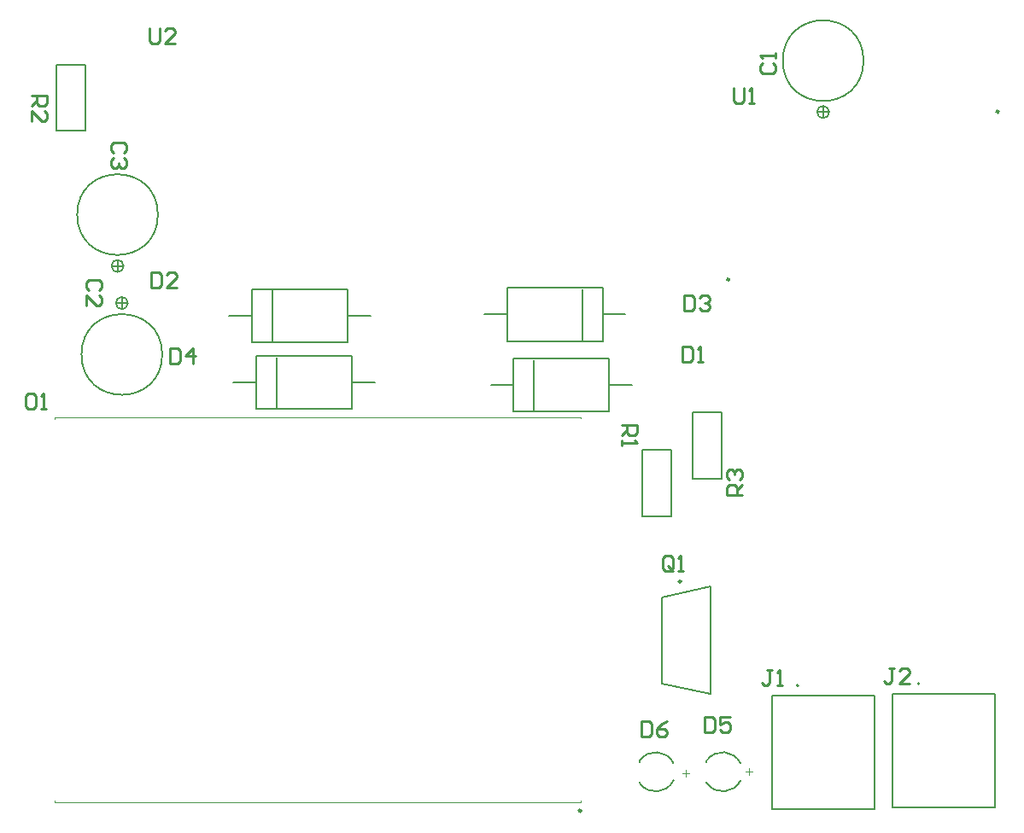
<source format=gto>
G04*
G04 #@! TF.GenerationSoftware,Altium Limited,Altium Designer,24.1.2 (44)*
G04*
G04 Layer_Color=65535*
%FSLAX44Y44*%
%MOMM*%
G71*
G04*
G04 #@! TF.SameCoordinates,45874381-32F6-40E1-B25F-84CDE6F57C9E*
G04*
G04*
G04 #@! TF.FilePolarity,Positive*
G04*
G01*
G75*
%ADD10C,0.2500*%
%ADD11C,0.2000*%
%ADD12C,0.1500*%
%ADD13C,0.1250*%
%ADD14C,0.1524*%
%ADD15C,0.1270*%
%ADD16C,0.1000*%
%ADD17C,0.2540*%
D10*
X563500Y7250D02*
G03*
X563500Y7250I-1250J0D01*
G01*
X976534Y699283D02*
G03*
X976312Y699251I-284J1217D01*
G01*
X707783Y533716D02*
G03*
X707751Y533938I1217J284D01*
G01*
X662500Y234450D02*
G03*
X662500Y234450I-1250J0D01*
G01*
D11*
X843250Y751250D02*
G03*
X843250Y751250I-40000J0D01*
G01*
X809250Y700250D02*
G03*
X809250Y700250I-6000J0D01*
G01*
X143750Y598500D02*
G03*
X143750Y598500I-40000J0D01*
G01*
X109750Y547500D02*
G03*
X109750Y547500I-6000J0D01*
G01*
X148000Y459750D02*
G03*
X148000Y459750I-40000J0D01*
G01*
X114000Y510750D02*
G03*
X114000Y510750I-6000J0D01*
G01*
X898750Y133400D02*
G03*
X898750Y133400I-1000J0D01*
G01*
X778950Y131400D02*
G03*
X778950Y131400I-1000J0D01*
G01*
X516750Y404500D02*
Y454500D01*
X591250Y429500D02*
X613750D01*
X473750D02*
X496250D01*
Y403000D02*
Y456000D01*
Y403000D02*
X591250D01*
Y456000D01*
X496250D02*
X591250D01*
X803250Y695250D02*
Y705250D01*
X798250Y700250D02*
X808250D01*
X489750Y473000D02*
X584750D01*
X489750D02*
Y526000D01*
X584750D01*
Y473000D02*
Y526000D01*
Y499500D02*
X607250D01*
X467250D02*
X489750D01*
X564250Y474500D02*
Y524500D01*
X236750Y524750D02*
X331750D01*
Y471750D02*
Y524750D01*
X236750Y471750D02*
X331750D01*
X236750D02*
Y524750D01*
X214250Y498250D02*
X236750D01*
X331750D02*
X354250D01*
X257250Y473250D02*
Y523250D01*
X103750Y542500D02*
Y552500D01*
X98750Y547500D02*
X108750D01*
X241000Y458500D02*
X336000D01*
Y405500D02*
Y458500D01*
X241000Y405500D02*
X336000D01*
X241000D02*
Y458500D01*
X218500Y432000D02*
X241000D01*
X336000D02*
X358500D01*
X261500Y407000D02*
Y457000D01*
X108000Y505750D02*
Y515750D01*
X103000Y510750D02*
X113000D01*
X643300Y218780D02*
X691600Y229450D01*
Y123250D02*
Y228950D01*
X643300Y133420D02*
X691600Y122750D01*
X643300Y133420D02*
Y218780D01*
D12*
X721378Y54191D02*
G03*
X687794Y56887I-17578J-8442D01*
G01*
Y34613D02*
G03*
X721378Y37308I16006J11137D01*
G01*
X654878Y54191D02*
G03*
X621293Y56887I-17578J-8442D01*
G01*
Y34613D02*
G03*
X654878Y37308I16006J11137D01*
G01*
X687794Y55457D02*
Y56887D01*
Y34613D02*
Y36044D01*
X621293Y55457D02*
Y56887D01*
Y34613D02*
Y36044D01*
D13*
X41250Y15250D02*
X563250D01*
X41250D02*
Y17250D01*
X563250Y15250D02*
Y17250D01*
X41250Y395411D02*
Y397250D01*
X563250Y396412D02*
Y397250D01*
X41250D02*
X563250D01*
D14*
X42899Y681634D02*
X71601D01*
X42899D02*
Y747166D01*
X71601D01*
Y681634D02*
Y747166D01*
X623649Y364866D02*
X652351D01*
Y299334D02*
Y364866D01*
X623649Y299334D02*
X652351D01*
X623649D02*
Y364866D01*
X674149Y402116D02*
X702851D01*
Y336584D02*
Y402116D01*
X674149Y336584D02*
X702851D01*
X674149D02*
Y402116D01*
D15*
X872350Y10400D02*
X973950D01*
X872350Y123400D02*
X973950D01*
Y10400D02*
Y123400D01*
X872350Y10400D02*
Y123400D01*
X752550Y8400D02*
X854150D01*
X752550Y121400D02*
X854150D01*
Y8400D02*
Y121400D01*
X752550Y8400D02*
Y121400D01*
D16*
X729572Y42394D02*
Y49250D01*
X733000Y45822D02*
X726144D01*
X667072Y40894D02*
Y47750D01*
X670500Y44322D02*
X663644D01*
D17*
X663843Y467868D02*
Y452632D01*
X671461D01*
X674000Y455172D01*
Y465328D01*
X671461Y467868D01*
X663843D01*
X679078Y452632D02*
X684157D01*
X681618D01*
Y467868D01*
X679078Y465328D01*
X135554Y783367D02*
Y770672D01*
X138093Y768132D01*
X143172D01*
X145711Y770672D01*
Y783367D01*
X160946Y768132D02*
X150789D01*
X160946Y778289D01*
Y780828D01*
X158407Y783367D01*
X153328D01*
X150789Y780828D01*
X714843Y724368D02*
Y711672D01*
X717383Y709132D01*
X722461D01*
X725000Y711672D01*
Y724368D01*
X730078Y709132D02*
X735157D01*
X732618D01*
Y724368D01*
X730078Y721828D01*
X722868Y320304D02*
X707632D01*
Y327922D01*
X710172Y330461D01*
X715250D01*
X717789Y327922D01*
Y320304D01*
Y325382D02*
X722868Y330461D01*
X710172Y335539D02*
X707632Y338078D01*
Y343157D01*
X710172Y345696D01*
X712711D01*
X715250Y343157D01*
Y340617D01*
Y343157D01*
X717789Y345696D01*
X720328D01*
X722868Y343157D01*
Y338078D01*
X720328Y335539D01*
X18882Y716696D02*
X34118D01*
Y709078D01*
X31578Y706539D01*
X26500D01*
X23961Y709078D01*
Y716696D01*
Y711618D02*
X18882Y706539D01*
Y691304D02*
Y701461D01*
X29039Y691304D01*
X31578D01*
X34118Y693843D01*
Y698922D01*
X31578Y701461D01*
X603382Y389407D02*
X618618D01*
Y381789D01*
X616078Y379250D01*
X611000D01*
X608461Y381789D01*
Y389407D01*
Y384328D02*
X603382Y379250D01*
Y374172D02*
Y369093D01*
Y371632D01*
X618618D01*
X616078Y374172D01*
X654023Y247145D02*
Y257302D01*
X651484Y259841D01*
X646405D01*
X643866Y257302D01*
Y247145D01*
X646405Y244606D01*
X651484D01*
X648944Y249684D02*
X654023Y244606D01*
X651484D02*
X654023Y247145D01*
X659101Y244606D02*
X664179D01*
X661640D01*
Y259841D01*
X659101Y257302D01*
X20294Y421131D02*
X15215D01*
X12676Y418592D01*
Y408435D01*
X15215Y405896D01*
X20294D01*
X22833Y408435D01*
Y418592D01*
X20294Y421131D01*
X27911Y405896D02*
X32989D01*
X30450D01*
Y421131D01*
X27911Y418592D01*
X873961Y148868D02*
X868883D01*
X871422D01*
Y136172D01*
X868883Y133632D01*
X866343D01*
X863804Y136172D01*
X889196Y133632D02*
X879039D01*
X889196Y143789D01*
Y146328D01*
X886657Y148868D01*
X881578D01*
X879039Y146328D01*
X752500Y146617D02*
X747422D01*
X749961D01*
Y133922D01*
X747422Y131382D01*
X744883D01*
X742343Y133922D01*
X757578Y131382D02*
X762657D01*
X760118D01*
Y146617D01*
X757578Y144078D01*
X623104Y95868D02*
Y80632D01*
X630722D01*
X633261Y83172D01*
Y93328D01*
X630722Y95868D01*
X623104D01*
X648496D02*
X643418Y93328D01*
X638339Y88250D01*
Y83172D01*
X640878Y80632D01*
X645957D01*
X648496Y83172D01*
Y85711D01*
X645957Y88250D01*
X638339D01*
X685804Y100118D02*
Y84882D01*
X693422D01*
X695961Y87422D01*
Y97578D01*
X693422Y100118D01*
X685804D01*
X711196D02*
X701039D01*
Y92500D01*
X706117Y95039D01*
X708657D01*
X711196Y92500D01*
Y87422D01*
X708657Y84882D01*
X703578D01*
X701039Y87422D01*
X155804Y465617D02*
Y450382D01*
X163422D01*
X165961Y452922D01*
Y463078D01*
X163422Y465617D01*
X155804D01*
X178657Y450382D02*
Y465617D01*
X171039Y458000D01*
X181196D01*
X665554Y518618D02*
Y503382D01*
X673172D01*
X675711Y505922D01*
Y516078D01*
X673172Y518618D01*
X665554D01*
X680789Y516078D02*
X683328Y518618D01*
X688407D01*
X690946Y516078D01*
Y513539D01*
X688407Y511000D01*
X685867D01*
X688407D01*
X690946Y508461D01*
Y505922D01*
X688407Y503382D01*
X683328D01*
X680789Y505922D01*
X137054Y541618D02*
Y526382D01*
X144672D01*
X147211Y528922D01*
Y539078D01*
X144672Y541618D01*
X137054D01*
X162446Y526382D02*
X152289D01*
X162446Y536539D01*
Y539078D01*
X159907Y541618D01*
X154828D01*
X152289Y539078D01*
X109828Y659789D02*
X112367Y662328D01*
Y667407D01*
X109828Y669946D01*
X99672D01*
X97133Y667407D01*
Y662328D01*
X99672Y659789D01*
X109828Y654711D02*
X112367Y652172D01*
Y647093D01*
X109828Y644554D01*
X107289D01*
X104750Y647093D01*
Y649632D01*
Y647093D01*
X102211Y644554D01*
X99672D01*
X97133Y647093D01*
Y652172D01*
X99672Y654711D01*
X85578Y523289D02*
X88118Y525828D01*
Y530907D01*
X85578Y533446D01*
X75422D01*
X72882Y530907D01*
Y525828D01*
X75422Y523289D01*
X72882Y508054D02*
Y518211D01*
X83039Y508054D01*
X85578D01*
X88118Y510593D01*
Y515672D01*
X85578Y518211D01*
X743172Y748500D02*
X740632Y745961D01*
Y740882D01*
X743172Y738343D01*
X753328D01*
X755867Y740882D01*
Y745961D01*
X753328Y748500D01*
X755867Y753578D02*
Y758657D01*
Y756118D01*
X740632D01*
X743172Y753578D01*
M02*

</source>
